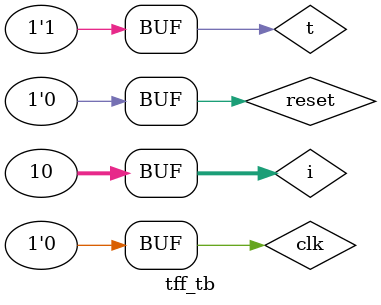
<source format=v>
module tff_tb();  
reg clk;
reg reset;
reg t;
 
wire q;
wire qb;
 
tff tflipflop(t, clk, reset, q);

integer i;

initial begin
$monitor(clk,t,q,reset);
$dumpfile("tff.vcd");
$dumpvars(0, tff_tb);

reset = 0;
t = 1;
clk = 0;

for (i = 0; i < 10; i = i + 1) begin
clk = ~clk;
#10;
end

end
//always #25 clk = ~clk;
 
endmodule
</source>
